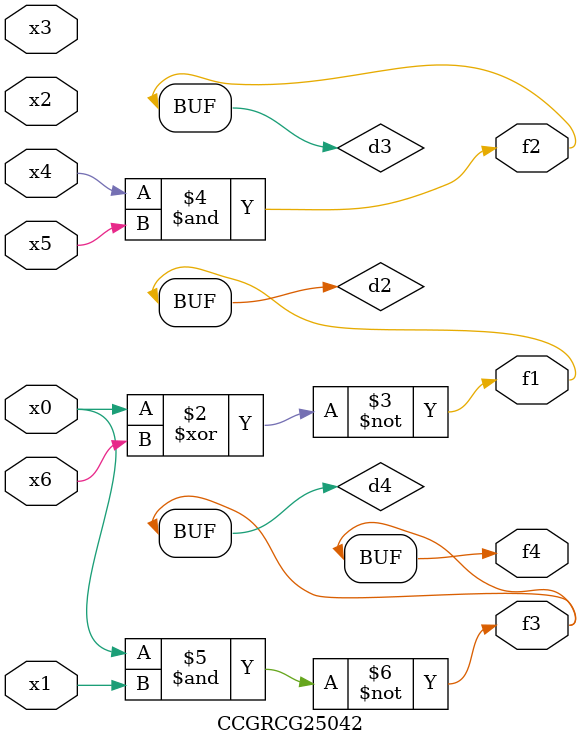
<source format=v>
module CCGRCG25042(
	input x0, x1, x2, x3, x4, x5, x6,
	output f1, f2, f3, f4
);

	wire d1, d2, d3, d4;

	nor (d1, x0);
	xnor (d2, x0, x6);
	and (d3, x4, x5);
	nand (d4, x0, x1);
	assign f1 = d2;
	assign f2 = d3;
	assign f3 = d4;
	assign f4 = d4;
endmodule

</source>
